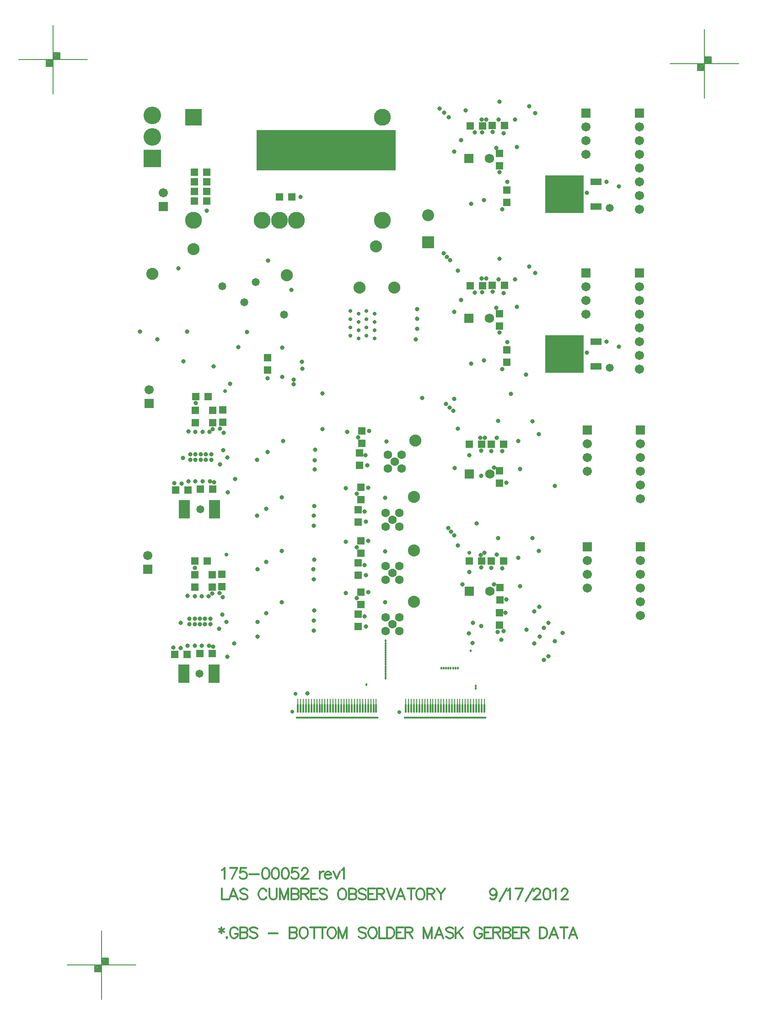
<source format=gbs>
%FSLAX23Y23*%
%MOIN*%
G70*
G01*
G75*
G04 Layer_Color=16711935*
%ADD10R,0.012X0.065*%
%ADD11R,0.217X0.120*%
%ADD12R,0.065X0.012*%
%ADD13R,0.075X0.037*%
%ADD14R,0.272X0.268*%
%ADD15R,0.035X0.037*%
%ADD16R,0.035X0.037*%
%ADD17R,0.085X0.138*%
%ADD18R,0.085X0.043*%
%ADD19R,0.085X0.043*%
%ADD20O,0.028X0.098*%
%ADD21R,0.280X0.100*%
%ADD22R,0.070X0.135*%
%ADD23R,0.050X0.050*%
%ADD24O,0.087X0.024*%
%ADD25O,0.098X0.028*%
%ADD26R,0.045X0.017*%
%ADD27R,0.591X0.010*%
%ADD28R,0.012X0.105*%
%ADD29R,0.063X0.051*%
%ADD30R,0.063X0.079*%
%ADD31R,0.050X0.050*%
%ADD32C,0.010*%
%ADD33C,0.050*%
%ADD34C,0.020*%
%ADD35C,0.075*%
%ADD36C,0.012*%
%ADD37C,0.008*%
%ADD38C,0.012*%
%ADD39C,0.012*%
%ADD40R,0.060X0.060*%
%ADD41C,0.060*%
%ADD42C,0.024*%
%ADD43C,0.020*%
%ADD44C,0.115*%
%ADD45R,0.115X0.115*%
%ADD46C,0.080*%
%ADD47C,0.055*%
%ADD48R,0.059X0.059*%
%ADD49C,0.059*%
%ADD50C,0.120*%
%ADD51R,0.120X0.120*%
%ADD52R,0.079X0.079*%
%ADD53C,0.079*%
%ADD54C,0.010*%
%ADD55C,0.050*%
%ADD56C,0.040*%
%ADD57C,0.070*%
%ADD58C,0.054*%
%ADD59C,0.118*%
G04:AMPARAMS|DCode=60|XSize=138mil|YSize=138mil|CornerRadius=0mil|HoleSize=0mil|Usage=FLASHONLY|Rotation=0.000|XOffset=0mil|YOffset=0mil|HoleType=Round|Shape=Relief|Width=10mil|Gap=10mil|Entries=4|*
%AMTHD60*
7,0,0,0.138,0.118,0.010,45*
%
%ADD60THD60*%
G04:AMPARAMS|DCode=61|XSize=112mil|YSize=112mil|CornerRadius=0mil|HoleSize=0mil|Usage=FLASHONLY|Rotation=0.000|XOffset=0mil|YOffset=0mil|HoleType=Round|Shape=Relief|Width=10mil|Gap=10mil|Entries=4|*
%AMTHD61*
7,0,0,0.112,0.092,0.010,45*
%
%ADD61THD61*%
%ADD62C,0.073*%
%ADD63C,0.075*%
%ADD64C,0.110*%
G04:AMPARAMS|DCode=65|XSize=107.244mil|YSize=107.244mil|CornerRadius=0mil|HoleSize=0mil|Usage=FLASHONLY|Rotation=0.000|XOffset=0mil|YOffset=0mil|HoleType=Round|Shape=Relief|Width=10mil|Gap=10mil|Entries=4|*
%AMTHD65*
7,0,0,0.107,0.087,0.010,45*
%
%ADD65THD65*%
%ADD66C,0.087*%
%ADD67C,0.092*%
%ADD68C,0.046*%
%ADD69C,0.064*%
G04:AMPARAMS|DCode=70|XSize=70mil|YSize=70mil|CornerRadius=0mil|HoleSize=0mil|Usage=FLASHONLY|Rotation=0.000|XOffset=0mil|YOffset=0mil|HoleType=Round|Shape=Relief|Width=10mil|Gap=10mil|Entries=4|*
%AMTHD70*
7,0,0,0.070,0.050,0.010,45*
%
%ADD70THD70*%
G04:AMPARAMS|DCode=71|XSize=88mil|YSize=88mil|CornerRadius=0mil|HoleSize=0mil|Usage=FLASHONLY|Rotation=0.000|XOffset=0mil|YOffset=0mil|HoleType=Round|Shape=Relief|Width=10mil|Gap=10mil|Entries=4|*
%AMTHD71*
7,0,0,0.088,0.068,0.010,45*
%
%ADD71THD71*%
%ADD72C,0.068*%
%ADD73C,0.000*%
G04:AMPARAMS|DCode=74|XSize=90mil|YSize=90mil|CornerRadius=0mil|HoleSize=0mil|Usage=FLASHONLY|Rotation=0.000|XOffset=0mil|YOffset=0mil|HoleType=Round|Shape=Relief|Width=10mil|Gap=10mil|Entries=4|*
%AMTHD74*
7,0,0,0.090,0.070,0.010,45*
%
%ADD74THD74*%
G04:AMPARAMS|DCode=75|XSize=93.465mil|YSize=93.465mil|CornerRadius=0mil|HoleSize=0mil|Usage=FLASHONLY|Rotation=0.000|XOffset=0mil|YOffset=0mil|HoleType=Round|Shape=Relief|Width=10mil|Gap=10mil|Entries=4|*
%AMTHD75*
7,0,0,0.093,0.073,0.010,45*
%
%ADD75THD75*%
G04:AMPARAMS|DCode=76|XSize=95.433mil|YSize=95.433mil|CornerRadius=0mil|HoleSize=0mil|Usage=FLASHONLY|Rotation=0.000|XOffset=0mil|YOffset=0mil|HoleType=Round|Shape=Relief|Width=10mil|Gap=10mil|Entries=4|*
%AMTHD76*
7,0,0,0.095,0.075,0.010,45*
%
%ADD76THD76*%
G04:AMPARAMS|DCode=77|XSize=130mil|YSize=130mil|CornerRadius=0mil|HoleSize=0mil|Usage=FLASHONLY|Rotation=0.000|XOffset=0mil|YOffset=0mil|HoleType=Round|Shape=Relief|Width=10mil|Gap=10mil|Entries=4|*
%AMTHD77*
7,0,0,0.130,0.110,0.010,45*
%
%ADD77THD77*%
%ADD78C,0.005*%
%ADD79R,0.071X0.126*%
%ADD80C,0.006*%
%ADD81C,0.008*%
%ADD82C,0.010*%
%ADD83R,0.189X0.116*%
%ADD84R,0.012X0.075*%
%ADD85R,0.012X0.060*%
%ADD86R,0.020X0.073*%
%ADD87R,0.225X0.128*%
%ADD88R,0.073X0.020*%
%ADD89R,0.083X0.045*%
%ADD90R,0.280X0.276*%
%ADD91R,0.043X0.045*%
%ADD92R,0.043X0.045*%
%ADD93R,0.093X0.146*%
%ADD94R,0.093X0.051*%
%ADD95R,0.093X0.051*%
%ADD96O,0.036X0.106*%
%ADD97R,0.288X0.108*%
%ADD98R,0.078X0.143*%
%ADD99R,0.058X0.058*%
%ADD100O,0.095X0.032*%
%ADD101O,0.106X0.036*%
%ADD102R,0.053X0.025*%
%ADD103R,0.599X0.018*%
%ADD104R,0.005X0.098*%
%ADD105R,0.071X0.059*%
%ADD106R,0.071X0.087*%
%ADD107R,0.058X0.058*%
%ADD108R,0.068X0.068*%
%ADD109C,0.032*%
%ADD110C,0.028*%
%ADD111C,0.123*%
%ADD112R,0.123X0.123*%
%ADD113C,0.088*%
%ADD114C,0.063*%
%ADD115R,0.067X0.067*%
%ADD116C,0.067*%
%ADD117C,0.128*%
%ADD118R,0.128X0.128*%
%ADD119R,0.087X0.087*%
%ADD120C,0.087*%
%ADD121C,0.018*%
%ADD122C,0.058*%
%ADD123R,1.016X0.295*%
%ADD124R,0.079X0.134*%
D36*
X42307Y25217D02*
Y25172D01*
X42288Y25206D02*
X42326Y25183D01*
Y25206D02*
X42288Y25183D01*
X42346Y25145D02*
X42343Y25141D01*
X42346Y25137D01*
X42350Y25141D01*
X42346Y25145D01*
X42425Y25198D02*
X42421Y25206D01*
X42413Y25213D01*
X42406Y25217D01*
X42391D01*
X42383Y25213D01*
X42375Y25206D01*
X42371Y25198D01*
X42368Y25187D01*
Y25168D01*
X42371Y25156D01*
X42375Y25149D01*
X42383Y25141D01*
X42391Y25137D01*
X42406D01*
X42413Y25141D01*
X42421Y25149D01*
X42425Y25156D01*
Y25168D01*
X42406D02*
X42425D01*
X42443Y25217D02*
Y25137D01*
Y25217D02*
X42477D01*
X42489Y25213D01*
X42493Y25210D01*
X42496Y25202D01*
Y25194D01*
X42493Y25187D01*
X42489Y25183D01*
X42477Y25179D01*
X42443D02*
X42477D01*
X42489Y25175D01*
X42493Y25172D01*
X42496Y25164D01*
Y25152D01*
X42493Y25145D01*
X42489Y25141D01*
X42477Y25137D01*
X42443D01*
X42568Y25206D02*
X42560Y25213D01*
X42549Y25217D01*
X42533D01*
X42522Y25213D01*
X42514Y25206D01*
Y25198D01*
X42518Y25191D01*
X42522Y25187D01*
X42530Y25183D01*
X42552Y25175D01*
X42560Y25172D01*
X42564Y25168D01*
X42568Y25160D01*
Y25149D01*
X42560Y25141D01*
X42549Y25137D01*
X42533D01*
X42522Y25141D01*
X42514Y25149D01*
X42648Y25172D02*
X42717D01*
X42803Y25217D02*
Y25137D01*
Y25217D02*
X42838D01*
X42849Y25213D01*
X42853Y25210D01*
X42857Y25202D01*
Y25194D01*
X42853Y25187D01*
X42849Y25183D01*
X42838Y25179D01*
X42803D02*
X42838D01*
X42849Y25175D01*
X42853Y25172D01*
X42857Y25164D01*
Y25152D01*
X42853Y25145D01*
X42849Y25141D01*
X42838Y25137D01*
X42803D01*
X42897Y25217D02*
X42890Y25213D01*
X42882Y25206D01*
X42878Y25198D01*
X42875Y25187D01*
Y25168D01*
X42878Y25156D01*
X42882Y25149D01*
X42890Y25141D01*
X42897Y25137D01*
X42913D01*
X42920Y25141D01*
X42928Y25149D01*
X42932Y25156D01*
X42936Y25168D01*
Y25187D01*
X42932Y25198D01*
X42928Y25206D01*
X42920Y25213D01*
X42913Y25217D01*
X42897D01*
X42981D02*
Y25137D01*
X42954Y25217D02*
X43008D01*
X43044D02*
Y25137D01*
X43017Y25217D02*
X43070D01*
X43103D02*
X43095Y25213D01*
X43088Y25206D01*
X43084Y25198D01*
X43080Y25187D01*
Y25168D01*
X43084Y25156D01*
X43088Y25149D01*
X43095Y25141D01*
X43103Y25137D01*
X43118D01*
X43126Y25141D01*
X43133Y25149D01*
X43137Y25156D01*
X43141Y25168D01*
Y25187D01*
X43137Y25198D01*
X43133Y25206D01*
X43126Y25213D01*
X43118Y25217D01*
X43103D01*
X43160D02*
Y25137D01*
Y25217D02*
X43190Y25137D01*
X43220Y25217D02*
X43190Y25137D01*
X43220Y25217D02*
Y25137D01*
X43359Y25206D02*
X43352Y25213D01*
X43340Y25217D01*
X43325D01*
X43314Y25213D01*
X43306Y25206D01*
Y25198D01*
X43310Y25191D01*
X43314Y25187D01*
X43321Y25183D01*
X43344Y25175D01*
X43352Y25172D01*
X43356Y25168D01*
X43359Y25160D01*
Y25149D01*
X43352Y25141D01*
X43340Y25137D01*
X43325D01*
X43314Y25141D01*
X43306Y25149D01*
X43400Y25217D02*
X43393Y25213D01*
X43385Y25206D01*
X43381Y25198D01*
X43377Y25187D01*
Y25168D01*
X43381Y25156D01*
X43385Y25149D01*
X43393Y25141D01*
X43400Y25137D01*
X43415D01*
X43423Y25141D01*
X43431Y25149D01*
X43434Y25156D01*
X43438Y25168D01*
Y25187D01*
X43434Y25198D01*
X43431Y25206D01*
X43423Y25213D01*
X43415Y25217D01*
X43400D01*
X43457D02*
Y25137D01*
X43503D01*
X43511Y25217D02*
Y25137D01*
Y25217D02*
X43538D01*
X43550Y25213D01*
X43557Y25206D01*
X43561Y25198D01*
X43565Y25187D01*
Y25168D01*
X43561Y25156D01*
X43557Y25149D01*
X43550Y25141D01*
X43538Y25137D01*
X43511D01*
X43632Y25217D02*
X43583D01*
Y25137D01*
X43632D01*
X43583Y25179D02*
X43613D01*
X43645Y25217D02*
Y25137D01*
Y25217D02*
X43680D01*
X43691Y25213D01*
X43695Y25210D01*
X43699Y25202D01*
Y25194D01*
X43695Y25187D01*
X43691Y25183D01*
X43680Y25179D01*
X43645D01*
X43672D02*
X43699Y25137D01*
X43780Y25217D02*
Y25137D01*
Y25217D02*
X43810Y25137D01*
X43840Y25217D02*
X43810Y25137D01*
X43840Y25217D02*
Y25137D01*
X43924D02*
X43894Y25217D01*
X43863Y25137D01*
X43875Y25164D02*
X43913D01*
X43996Y25206D02*
X43989Y25213D01*
X43977Y25217D01*
X43962D01*
X43951Y25213D01*
X43943Y25206D01*
Y25198D01*
X43947Y25191D01*
X43951Y25187D01*
X43958Y25183D01*
X43981Y25175D01*
X43989Y25172D01*
X43992Y25168D01*
X43996Y25160D01*
Y25149D01*
X43989Y25141D01*
X43977Y25137D01*
X43962D01*
X43951Y25141D01*
X43943Y25149D01*
X44014Y25217D02*
Y25137D01*
X44067Y25217D02*
X44014Y25164D01*
X44033Y25183D02*
X44067Y25137D01*
X44205Y25198D02*
X44202Y25206D01*
X44194Y25213D01*
X44186Y25217D01*
X44171D01*
X44163Y25213D01*
X44156Y25206D01*
X44152Y25198D01*
X44148Y25187D01*
Y25168D01*
X44152Y25156D01*
X44156Y25149D01*
X44163Y25141D01*
X44171Y25137D01*
X44186D01*
X44194Y25141D01*
X44202Y25149D01*
X44205Y25156D01*
Y25168D01*
X44186D02*
X44205D01*
X44273Y25217D02*
X44224D01*
Y25137D01*
X44273D01*
X44224Y25179D02*
X44254D01*
X44286Y25217D02*
Y25137D01*
Y25217D02*
X44321D01*
X44332Y25213D01*
X44336Y25210D01*
X44340Y25202D01*
Y25194D01*
X44336Y25187D01*
X44332Y25183D01*
X44321Y25179D01*
X44286D01*
X44313D02*
X44340Y25137D01*
X44358Y25217D02*
Y25137D01*
Y25217D02*
X44392D01*
X44403Y25213D01*
X44407Y25210D01*
X44411Y25202D01*
Y25194D01*
X44407Y25187D01*
X44403Y25183D01*
X44392Y25179D01*
X44358D02*
X44392D01*
X44403Y25175D01*
X44407Y25172D01*
X44411Y25164D01*
Y25152D01*
X44407Y25145D01*
X44403Y25141D01*
X44392Y25137D01*
X44358D01*
X44478Y25217D02*
X44429D01*
Y25137D01*
X44478D01*
X44429Y25179D02*
X44459D01*
X44492Y25217D02*
Y25137D01*
Y25217D02*
X44526D01*
X44537Y25213D01*
X44541Y25210D01*
X44545Y25202D01*
Y25194D01*
X44541Y25187D01*
X44537Y25183D01*
X44526Y25179D01*
X44492D01*
X44518D02*
X44545Y25137D01*
X44626Y25217D02*
Y25137D01*
Y25217D02*
X44653D01*
X44664Y25213D01*
X44672Y25206D01*
X44675Y25198D01*
X44679Y25187D01*
Y25168D01*
X44675Y25156D01*
X44672Y25149D01*
X44664Y25141D01*
X44653Y25137D01*
X44626D01*
X44758D02*
X44728Y25217D01*
X44697Y25137D01*
X44709Y25164D02*
X44747D01*
X44803Y25217D02*
Y25137D01*
X44777Y25217D02*
X44830D01*
X44900Y25137D02*
X44870Y25217D01*
X44840Y25137D01*
X44851Y25164D02*
X44889D01*
D37*
X41078Y31284D02*
Y31784D01*
X40828Y31534D02*
X41328D01*
X41028Y31484D02*
X41078D01*
X41028D02*
Y31534D01*
X41078Y31584D02*
X41128D01*
Y31534D02*
Y31584D01*
X41083Y31539D02*
Y31579D01*
X41123D01*
Y31539D02*
Y31579D01*
X41083Y31539D02*
X41123D01*
X41088Y31544D02*
Y31574D01*
X41118D01*
Y31544D02*
Y31574D01*
X41093Y31544D02*
X41118D01*
X41093Y31549D02*
Y31569D01*
X41113D01*
Y31549D02*
Y31569D01*
X41098Y31549D02*
X41113D01*
X41098Y31554D02*
Y31564D01*
X41108D01*
Y31554D02*
Y31564D01*
X41098Y31554D02*
X41108D01*
X41103D02*
Y31564D01*
X41033Y31489D02*
Y31529D01*
X41073D01*
Y31489D02*
Y31529D01*
X41033Y31489D02*
X41073D01*
X41038Y31494D02*
Y31524D01*
X41068D01*
Y31494D02*
Y31524D01*
X41043Y31494D02*
X41068D01*
X41043Y31499D02*
Y31519D01*
X41063D01*
Y31499D02*
Y31519D01*
X41048Y31499D02*
X41063D01*
X41048Y31504D02*
Y31514D01*
X41058D01*
Y31504D02*
Y31514D01*
X41048Y31504D02*
X41058D01*
X41053D02*
Y31514D01*
X45826Y31253D02*
Y31753D01*
X45576Y31503D02*
X46076D01*
X45776Y31453D02*
X45826D01*
X45776D02*
Y31503D01*
X45826Y31553D02*
X45876D01*
Y31503D02*
Y31553D01*
X45831Y31508D02*
Y31548D01*
X45871D01*
Y31508D02*
Y31548D01*
X45831Y31508D02*
X45871D01*
X45836Y31513D02*
Y31543D01*
X45866D01*
Y31513D02*
Y31543D01*
X45841Y31513D02*
X45866D01*
X45841Y31518D02*
Y31538D01*
X45861D01*
Y31518D02*
Y31538D01*
X45846Y31518D02*
X45861D01*
X45846Y31523D02*
Y31533D01*
X45856D01*
Y31523D02*
Y31533D01*
X45846Y31523D02*
X45856D01*
X45851D02*
Y31533D01*
X45781Y31458D02*
Y31498D01*
X45821D01*
Y31458D02*
Y31498D01*
X45781Y31458D02*
X45821D01*
X45786Y31463D02*
Y31493D01*
X45816D01*
Y31463D02*
Y31493D01*
X45791Y31463D02*
X45816D01*
X45791Y31468D02*
Y31488D01*
X45811D01*
Y31468D02*
Y31488D01*
X45796Y31468D02*
X45811D01*
X45796Y31473D02*
Y31483D01*
X45806D01*
Y31473D02*
Y31483D01*
X45796Y31473D02*
X45806D01*
X45801D02*
Y31483D01*
X41432Y24694D02*
Y25194D01*
X41182Y24944D02*
X41682D01*
X41382Y24894D02*
X41432D01*
X41382D02*
Y24944D01*
X41432Y24994D02*
X41482D01*
Y24944D02*
Y24994D01*
X41437Y24949D02*
Y24989D01*
X41477D01*
Y24949D02*
Y24989D01*
X41437Y24949D02*
X41477D01*
X41442Y24954D02*
Y24984D01*
X41472D01*
Y24954D02*
Y24984D01*
X41447Y24954D02*
X41472D01*
X41447Y24959D02*
Y24979D01*
X41467D01*
Y24959D02*
Y24979D01*
X41452Y24959D02*
X41467D01*
X41452Y24964D02*
Y24974D01*
X41462D01*
Y24964D02*
Y24974D01*
X41452Y24964D02*
X41462D01*
X41457D02*
Y24974D01*
X41387Y24899D02*
Y24939D01*
X41427D01*
Y24899D02*
Y24939D01*
X41387Y24899D02*
X41427D01*
X41392Y24904D02*
Y24934D01*
X41422D01*
Y24904D02*
Y24934D01*
X41397Y24904D02*
X41422D01*
X41397Y24909D02*
Y24929D01*
X41417D01*
Y24909D02*
Y24929D01*
X41402Y24909D02*
X41417D01*
X41402Y24914D02*
Y24924D01*
X41412D01*
Y24914D02*
Y24924D01*
X41402Y24914D02*
X41412D01*
X41407D02*
Y24924D01*
D38*
X42309Y25498D02*
Y25418D01*
X42355D01*
X42425D02*
X42394Y25498D01*
X42364Y25418D01*
X42375Y25444D02*
X42413D01*
X42496Y25486D02*
X42489Y25494D01*
X42477Y25498D01*
X42462D01*
X42451Y25494D01*
X42443Y25486D01*
Y25479D01*
X42447Y25471D01*
X42451Y25467D01*
X42458Y25464D01*
X42481Y25456D01*
X42489Y25452D01*
X42493Y25448D01*
X42496Y25441D01*
Y25429D01*
X42489Y25422D01*
X42477Y25418D01*
X42462D01*
X42451Y25422D01*
X42443Y25429D01*
X42634Y25479D02*
X42631Y25486D01*
X42623Y25494D01*
X42615Y25498D01*
X42600D01*
X42592Y25494D01*
X42585Y25486D01*
X42581Y25479D01*
X42577Y25467D01*
Y25448D01*
X42581Y25437D01*
X42585Y25429D01*
X42592Y25422D01*
X42600Y25418D01*
X42615D01*
X42623Y25422D01*
X42631Y25429D01*
X42634Y25437D01*
X42657Y25498D02*
Y25441D01*
X42661Y25429D01*
X42668Y25422D01*
X42680Y25418D01*
X42687D01*
X42699Y25422D01*
X42706Y25429D01*
X42710Y25441D01*
Y25498D01*
X42732D02*
Y25418D01*
Y25498D02*
X42763Y25418D01*
X42793Y25498D02*
X42763Y25418D01*
X42793Y25498D02*
Y25418D01*
X42816Y25498D02*
Y25418D01*
Y25498D02*
X42850D01*
X42862Y25494D01*
X42866Y25490D01*
X42869Y25483D01*
Y25475D01*
X42866Y25467D01*
X42862Y25464D01*
X42850Y25460D01*
X42816D02*
X42850D01*
X42862Y25456D01*
X42866Y25452D01*
X42869Y25444D01*
Y25433D01*
X42866Y25425D01*
X42862Y25422D01*
X42850Y25418D01*
X42816D01*
X42887Y25498D02*
Y25418D01*
Y25498D02*
X42922D01*
X42933Y25494D01*
X42937Y25490D01*
X42941Y25483D01*
Y25475D01*
X42937Y25467D01*
X42933Y25464D01*
X42922Y25460D01*
X42887D01*
X42914D02*
X42941Y25418D01*
X43008Y25498D02*
X42958D01*
Y25418D01*
X43008D01*
X42958Y25460D02*
X42989D01*
X43075Y25486D02*
X43067Y25494D01*
X43056Y25498D01*
X43040D01*
X43029Y25494D01*
X43021Y25486D01*
Y25479D01*
X43025Y25471D01*
X43029Y25467D01*
X43037Y25464D01*
X43059Y25456D01*
X43067Y25452D01*
X43071Y25448D01*
X43075Y25441D01*
Y25429D01*
X43067Y25422D01*
X43056Y25418D01*
X43040D01*
X43029Y25422D01*
X43021Y25429D01*
X43178Y25498D02*
X43171Y25494D01*
X43163Y25486D01*
X43159Y25479D01*
X43155Y25467D01*
Y25448D01*
X43159Y25437D01*
X43163Y25429D01*
X43171Y25422D01*
X43178Y25418D01*
X43193D01*
X43201Y25422D01*
X43209Y25429D01*
X43213Y25437D01*
X43216Y25448D01*
Y25467D01*
X43213Y25479D01*
X43209Y25486D01*
X43201Y25494D01*
X43193Y25498D01*
X43178D01*
X43235D02*
Y25418D01*
Y25498D02*
X43269D01*
X43281Y25494D01*
X43285Y25490D01*
X43288Y25483D01*
Y25475D01*
X43285Y25467D01*
X43281Y25464D01*
X43269Y25460D01*
X43235D02*
X43269D01*
X43281Y25456D01*
X43285Y25452D01*
X43288Y25444D01*
Y25433D01*
X43285Y25425D01*
X43281Y25422D01*
X43269Y25418D01*
X43235D01*
X43360Y25486D02*
X43352Y25494D01*
X43340Y25498D01*
X43325D01*
X43314Y25494D01*
X43306Y25486D01*
Y25479D01*
X43310Y25471D01*
X43314Y25467D01*
X43321Y25464D01*
X43344Y25456D01*
X43352Y25452D01*
X43356Y25448D01*
X43360Y25441D01*
Y25429D01*
X43352Y25422D01*
X43340Y25418D01*
X43325D01*
X43314Y25422D01*
X43306Y25429D01*
X43427Y25498D02*
X43377D01*
Y25418D01*
X43427D01*
X43377Y25460D02*
X43408D01*
X43440Y25498D02*
Y25418D01*
Y25498D02*
X43475D01*
X43486Y25494D01*
X43490Y25490D01*
X43494Y25483D01*
Y25475D01*
X43490Y25467D01*
X43486Y25464D01*
X43475Y25460D01*
X43440D01*
X43467D02*
X43494Y25418D01*
X43512Y25498D02*
X43542Y25418D01*
X43572Y25498D02*
X43542Y25418D01*
X43644D02*
X43613Y25498D01*
X43583Y25418D01*
X43594Y25444D02*
X43632D01*
X43689Y25498D02*
Y25418D01*
X43662Y25498D02*
X43716D01*
X43748D02*
X43740Y25494D01*
X43733Y25486D01*
X43729Y25479D01*
X43725Y25467D01*
Y25448D01*
X43729Y25437D01*
X43733Y25429D01*
X43740Y25422D01*
X43748Y25418D01*
X43763D01*
X43771Y25422D01*
X43779Y25429D01*
X43782Y25437D01*
X43786Y25448D01*
Y25467D01*
X43782Y25479D01*
X43779Y25486D01*
X43771Y25494D01*
X43763Y25498D01*
X43748D01*
X43805D02*
Y25418D01*
Y25498D02*
X43839D01*
X43850Y25494D01*
X43854Y25490D01*
X43858Y25483D01*
Y25475D01*
X43854Y25467D01*
X43850Y25464D01*
X43839Y25460D01*
X43805D01*
X43831D02*
X43858Y25418D01*
X43876Y25498D02*
X43906Y25460D01*
Y25418D01*
X43937Y25498D02*
X43906Y25460D01*
X44311Y25471D02*
X44307Y25460D01*
X44300Y25452D01*
X44288Y25448D01*
X44284D01*
X44273Y25452D01*
X44265Y25460D01*
X44261Y25471D01*
Y25475D01*
X44265Y25486D01*
X44273Y25494D01*
X44284Y25498D01*
X44288D01*
X44300Y25494D01*
X44307Y25486D01*
X44311Y25471D01*
Y25452D01*
X44307Y25433D01*
X44300Y25422D01*
X44288Y25418D01*
X44280D01*
X44269Y25422D01*
X44265Y25429D01*
X44333Y25406D02*
X44386Y25498D01*
X44391Y25483D02*
X44399Y25486D01*
X44410Y25498D01*
Y25418D01*
X44503Y25498D02*
X44465Y25418D01*
X44450Y25498D02*
X44503D01*
X44521Y25406D02*
X44575Y25498D01*
X44584Y25479D02*
Y25483D01*
X44587Y25490D01*
X44591Y25494D01*
X44599Y25498D01*
X44614D01*
X44622Y25494D01*
X44626Y25490D01*
X44629Y25483D01*
Y25475D01*
X44626Y25467D01*
X44618Y25456D01*
X44580Y25418D01*
X44633D01*
X44674Y25498D02*
X44663Y25494D01*
X44655Y25483D01*
X44651Y25464D01*
Y25452D01*
X44655Y25433D01*
X44663Y25422D01*
X44674Y25418D01*
X44682D01*
X44693Y25422D01*
X44701Y25433D01*
X44704Y25452D01*
Y25464D01*
X44701Y25483D01*
X44693Y25494D01*
X44682Y25498D01*
X44674D01*
X44722Y25483D02*
X44730Y25486D01*
X44741Y25498D01*
Y25418D01*
X44785Y25479D02*
Y25483D01*
X44789Y25490D01*
X44792Y25494D01*
X44800Y25498D01*
X44815D01*
X44823Y25494D01*
X44827Y25490D01*
X44830Y25483D01*
Y25475D01*
X44827Y25467D01*
X44819Y25456D01*
X44781Y25418D01*
X44834D01*
D39*
X42309Y25633D02*
X42317Y25636D01*
X42328Y25648D01*
Y25568D01*
X42421Y25648D02*
X42383Y25568D01*
X42368Y25648D02*
X42421D01*
X42485D02*
X42447D01*
X42443Y25614D01*
X42447Y25617D01*
X42458Y25621D01*
X42469D01*
X42481Y25617D01*
X42488Y25610D01*
X42492Y25598D01*
Y25591D01*
X42488Y25579D01*
X42481Y25572D01*
X42469Y25568D01*
X42458D01*
X42447Y25572D01*
X42443Y25575D01*
X42439Y25583D01*
X42510Y25602D02*
X42579D01*
X42625Y25648D02*
X42614Y25644D01*
X42606Y25633D01*
X42602Y25614D01*
Y25602D01*
X42606Y25583D01*
X42614Y25572D01*
X42625Y25568D01*
X42633D01*
X42644Y25572D01*
X42652Y25583D01*
X42656Y25602D01*
Y25614D01*
X42652Y25633D01*
X42644Y25644D01*
X42633Y25648D01*
X42625D01*
X42696D02*
X42685Y25644D01*
X42677Y25633D01*
X42674Y25614D01*
Y25602D01*
X42677Y25583D01*
X42685Y25572D01*
X42696Y25568D01*
X42704D01*
X42715Y25572D01*
X42723Y25583D01*
X42727Y25602D01*
Y25614D01*
X42723Y25633D01*
X42715Y25644D01*
X42704Y25648D01*
X42696D01*
X42768D02*
X42756Y25644D01*
X42749Y25633D01*
X42745Y25614D01*
Y25602D01*
X42749Y25583D01*
X42756Y25572D01*
X42768Y25568D01*
X42775D01*
X42787Y25572D01*
X42794Y25583D01*
X42798Y25602D01*
Y25614D01*
X42794Y25633D01*
X42787Y25644D01*
X42775Y25648D01*
X42768D01*
X42862D02*
X42824D01*
X42820Y25614D01*
X42824Y25617D01*
X42835Y25621D01*
X42847D01*
X42858Y25617D01*
X42866Y25610D01*
X42869Y25598D01*
Y25591D01*
X42866Y25579D01*
X42858Y25572D01*
X42847Y25568D01*
X42835D01*
X42824Y25572D01*
X42820Y25575D01*
X42816Y25583D01*
X42891Y25629D02*
Y25633D01*
X42895Y25640D01*
X42899Y25644D01*
X42906Y25648D01*
X42922D01*
X42929Y25644D01*
X42933Y25640D01*
X42937Y25633D01*
Y25625D01*
X42933Y25617D01*
X42925Y25606D01*
X42887Y25568D01*
X42941D01*
X43021Y25621D02*
Y25568D01*
Y25598D02*
X43025Y25610D01*
X43033Y25617D01*
X43040Y25621D01*
X43052D01*
X43059Y25598D02*
X43105D01*
Y25606D01*
X43101Y25614D01*
X43097Y25617D01*
X43090Y25621D01*
X43078D01*
X43070Y25617D01*
X43063Y25610D01*
X43059Y25598D01*
Y25591D01*
X43063Y25579D01*
X43070Y25572D01*
X43078Y25568D01*
X43090D01*
X43097Y25572D01*
X43105Y25579D01*
X43122Y25621D02*
X43145Y25568D01*
X43168Y25621D02*
X43145Y25568D01*
X43181Y25633D02*
X43188Y25636D01*
X43200Y25648D01*
Y25568D01*
D72*
X44264Y27664D02*
D03*
X44258Y30813D02*
D03*
Y29649D02*
D03*
X44263Y28515D02*
D03*
D85*
X44222Y26808D02*
D03*
X44202D02*
D03*
X44182D02*
D03*
X44163D02*
D03*
X44143D02*
D03*
X44123D02*
D03*
X44104D02*
D03*
X44084D02*
D03*
X44064D02*
D03*
X44044D02*
D03*
X44025D02*
D03*
X44005D02*
D03*
X43985D02*
D03*
X43966D02*
D03*
X43946D02*
D03*
X43926D02*
D03*
X43907D02*
D03*
X43887D02*
D03*
X43867D02*
D03*
X43847D02*
D03*
X43828D02*
D03*
X43808D02*
D03*
X43788D02*
D03*
X43769D02*
D03*
X43749D02*
D03*
X43729D02*
D03*
X43710D02*
D03*
X43690D02*
D03*
X43670D02*
D03*
X43650D02*
D03*
X42863D02*
D03*
X42883D02*
D03*
X42902D02*
D03*
X42922D02*
D03*
X42942D02*
D03*
X42961D02*
D03*
X42981D02*
D03*
X43001D02*
D03*
X43021D02*
D03*
X43040D02*
D03*
X43060D02*
D03*
X43080D02*
D03*
X43099D02*
D03*
X43119D02*
D03*
X43139D02*
D03*
X43158D02*
D03*
X43178D02*
D03*
X43198D02*
D03*
X43218D02*
D03*
X43237D02*
D03*
X43257D02*
D03*
X43277D02*
D03*
X43296D02*
D03*
X43316D02*
D03*
X43336D02*
D03*
X43355D02*
D03*
X43375D02*
D03*
X43395D02*
D03*
X43415D02*
D03*
X43434D02*
D03*
D89*
X45035Y29479D02*
D03*
Y29299D02*
D03*
Y30643D02*
D03*
Y30463D02*
D03*
D90*
X44805Y29389D02*
D03*
Y30553D02*
D03*
D99*
X43321Y27567D02*
D03*
Y27657D02*
D03*
X43321Y27940D02*
D03*
Y28030D02*
D03*
Y28329D02*
D03*
Y28419D02*
D03*
X43330Y28740D02*
D03*
Y28830D02*
D03*
X43303Y27495D02*
D03*
Y27405D02*
D03*
X43303Y27868D02*
D03*
Y27778D02*
D03*
Y28257D02*
D03*
Y28167D02*
D03*
X43312Y28668D02*
D03*
Y28578D02*
D03*
X42642Y29364D02*
D03*
Y29274D02*
D03*
X44331Y27415D02*
D03*
Y27505D02*
D03*
X44386Y30583D02*
D03*
Y30493D02*
D03*
Y29419D02*
D03*
Y29329D02*
D03*
X44334Y30758D02*
D03*
Y30848D02*
D03*
Y29594D02*
D03*
Y29684D02*
D03*
X42316Y28982D02*
D03*
Y28892D02*
D03*
X42310Y27785D02*
D03*
Y27695D02*
D03*
X42117Y28979D02*
D03*
Y28889D02*
D03*
X42111Y27782D02*
D03*
Y27692D02*
D03*
X42244Y28980D02*
D03*
Y28890D02*
D03*
X42238Y27783D02*
D03*
Y27693D02*
D03*
X44334Y28450D02*
D03*
Y28540D02*
D03*
X44335Y27599D02*
D03*
Y27689D02*
D03*
D103*
X43936Y26743D02*
D03*
X43149D02*
D03*
D104*
X44222Y26831D02*
D03*
X44202D02*
D03*
X44182D02*
D03*
X44163D02*
D03*
X44143D02*
D03*
X44123D02*
D03*
X44104D02*
D03*
X44084D02*
D03*
X44064D02*
D03*
X44044D02*
D03*
X44025D02*
D03*
X44005D02*
D03*
X43985D02*
D03*
X43966D02*
D03*
X43946D02*
D03*
X43926D02*
D03*
X43907D02*
D03*
X43887D02*
D03*
X43867D02*
D03*
X43847D02*
D03*
X43828D02*
D03*
X43808D02*
D03*
X43788D02*
D03*
X43769D02*
D03*
X43749D02*
D03*
X43729D02*
D03*
X43710D02*
D03*
X43690D02*
D03*
X43670D02*
D03*
X43650D02*
D03*
X42863D02*
D03*
X42883D02*
D03*
X42902D02*
D03*
X42922D02*
D03*
X42942D02*
D03*
X42961D02*
D03*
X42981D02*
D03*
X43001D02*
D03*
X43021D02*
D03*
X43040D02*
D03*
X43060D02*
D03*
X43080D02*
D03*
X43099D02*
D03*
X43119D02*
D03*
X43139D02*
D03*
X43158D02*
D03*
X43178D02*
D03*
X43198D02*
D03*
X43218D02*
D03*
X43237D02*
D03*
X43257D02*
D03*
X43277D02*
D03*
X43296D02*
D03*
X43316D02*
D03*
X43336D02*
D03*
X43355D02*
D03*
X43375D02*
D03*
X43395D02*
D03*
X43415D02*
D03*
X43434D02*
D03*
D107*
X42199Y30503D02*
D03*
X42109D02*
D03*
X42199Y30573D02*
D03*
X42109D02*
D03*
X42199Y30643D02*
D03*
X42109D02*
D03*
X42199Y30713D02*
D03*
X42109D02*
D03*
X44279Y31053D02*
D03*
X44369D02*
D03*
X44279Y29889D02*
D03*
X44369D02*
D03*
X44208Y31050D02*
D03*
X44118D02*
D03*
X44208Y29886D02*
D03*
X44118D02*
D03*
X41973Y28398D02*
D03*
X42063D02*
D03*
X41967Y27201D02*
D03*
X42057D02*
D03*
X44273Y28731D02*
D03*
X44363D02*
D03*
X44274Y27881D02*
D03*
X44364D02*
D03*
X44203Y28731D02*
D03*
X44113D02*
D03*
X44204Y27881D02*
D03*
X44114D02*
D03*
X42118Y29079D02*
D03*
X42208D02*
D03*
X42112Y27882D02*
D03*
X42202D02*
D03*
X42154Y28407D02*
D03*
X42244D02*
D03*
X42148Y27210D02*
D03*
X42238D02*
D03*
X42819Y30533D02*
D03*
X42729D02*
D03*
D108*
X44114Y27664D02*
D03*
X44108Y30813D02*
D03*
Y29649D02*
D03*
X44113Y28515D02*
D03*
D109*
X42078Y28660D02*
D03*
X42117D02*
D03*
X42155D02*
D03*
X42193D02*
D03*
X42078Y28619D02*
D03*
X42117D02*
D03*
X42155D02*
D03*
X42193D02*
D03*
X42232D02*
D03*
Y28660D02*
D03*
X42226Y27463D02*
D03*
Y27422D02*
D03*
X42187D02*
D03*
X42149D02*
D03*
X42111D02*
D03*
X42072D02*
D03*
X42187Y27463D02*
D03*
X42149D02*
D03*
X42111D02*
D03*
X42072D02*
D03*
X42933Y26918D02*
D03*
X44594Y31143D02*
D03*
X44361Y30996D02*
D03*
X44459Y30895D02*
D03*
X44446Y31097D02*
D03*
X44550Y31191D02*
D03*
X44332Y31225D02*
D03*
X44284Y31007D02*
D03*
X44207Y31003D02*
D03*
X44354Y30444D02*
D03*
X44388Y30641D02*
D03*
X44125Y30482D02*
D03*
X45201Y30608D02*
D03*
X45114Y30643D02*
D03*
X44968Y30564D02*
D03*
X44334Y30711D02*
D03*
X44308Y30890D02*
D03*
X44325Y31095D02*
D03*
X44154Y31001D02*
D03*
X44219Y30508D02*
D03*
X44053Y30947D02*
D03*
X44550Y30027D02*
D03*
X44594Y29979D02*
D03*
X44361Y29832D02*
D03*
X44284Y29843D02*
D03*
X44207Y29839D02*
D03*
X44154Y29837D02*
D03*
X44446Y29933D02*
D03*
X44388Y29477D02*
D03*
X44354Y29280D02*
D03*
X44459Y29731D02*
D03*
X44334Y29547D02*
D03*
X44308Y29726D02*
D03*
X44968Y29400D02*
D03*
X45201Y29444D02*
D03*
X44125Y29318D02*
D03*
X44053Y29783D02*
D03*
X44219Y29344D02*
D03*
X44618Y28807D02*
D03*
X44351Y28681D02*
D03*
X44572Y28899D02*
D03*
X44469Y28756D02*
D03*
X44482Y28551D02*
D03*
X44382Y28454D02*
D03*
X42065Y28462D02*
D03*
X42117Y28463D02*
D03*
X42170Y28462D02*
D03*
X42221D02*
D03*
X42321Y28817D02*
D03*
X42297Y28845D02*
D03*
X42219Y28822D02*
D03*
X42168Y28824D02*
D03*
X42117Y28823D02*
D03*
X42066Y28827D02*
D03*
X42244Y28844D02*
D03*
X42320Y28688D02*
D03*
X42295Y28586D02*
D03*
X42405Y28480D02*
D03*
X42252Y28455D02*
D03*
X41962Y28450D02*
D03*
X42016Y28446D02*
D03*
X42354Y28384D02*
D03*
X42348Y28637D02*
D03*
X42118Y29031D02*
D03*
X42348Y27187D02*
D03*
X42342Y27440D02*
D03*
X41956Y27253D02*
D03*
X42315Y27620D02*
D03*
X44573Y28048D02*
D03*
X44619Y27956D02*
D03*
X44352Y27830D02*
D03*
X42059Y27265D02*
D03*
X44274Y27832D02*
D03*
X44313Y27929D02*
D03*
X44200Y27836D02*
D03*
X44470Y27905D02*
D03*
X42112Y27834D02*
D03*
X42111Y27626D02*
D03*
X44483Y27700D02*
D03*
X42289Y27389D02*
D03*
X42238Y27647D02*
D03*
X42314Y27491D02*
D03*
X42164Y27265D02*
D03*
X42246Y27258D02*
D03*
X44383Y27603D02*
D03*
X44294Y27712D02*
D03*
X42010Y27249D02*
D03*
X42399Y27283D02*
D03*
X42215Y27265D02*
D03*
X42291Y27648D02*
D03*
X42213Y27625D02*
D03*
X42162Y27627D02*
D03*
X42060Y27630D02*
D03*
X42111Y27266D02*
D03*
X43357Y28653D02*
D03*
X43369Y28580D02*
D03*
X43384Y28828D02*
D03*
X43303Y28784D02*
D03*
X42755Y28756D02*
D03*
X43223Y28822D02*
D03*
X42641Y28675D02*
D03*
X42990Y28694D02*
D03*
X42987Y28549D02*
D03*
X43509Y28754D02*
D03*
X42987Y28617D02*
D03*
X42746Y28345D02*
D03*
X43214Y28411D02*
D03*
X43294Y28373D02*
D03*
X42978Y28138D02*
D03*
X43500Y28343D02*
D03*
X43348Y28242D02*
D03*
X42632Y28264D02*
D03*
X42981Y28283D02*
D03*
X43375Y28417D02*
D03*
X43360Y28169D02*
D03*
X42746Y27956D02*
D03*
X43214Y28022D02*
D03*
X43294Y27984D02*
D03*
X42978Y27749D02*
D03*
X43348Y27853D02*
D03*
X42632Y27875D02*
D03*
X42981Y27894D02*
D03*
X43375Y28028D02*
D03*
X43360Y27780D02*
D03*
X42746Y27583D02*
D03*
X43214Y27649D02*
D03*
X42978Y27376D02*
D03*
X43500Y27581D02*
D03*
X43348Y27480D02*
D03*
X42632Y27502D02*
D03*
X42981Y27521D02*
D03*
X43375Y27655D02*
D03*
X43360Y27407D02*
D03*
X42979Y28212D02*
D03*
X42979Y27448D02*
D03*
X42976Y27822D02*
D03*
X42199Y30433D02*
D03*
X42884Y30533D02*
D03*
X43721Y29496D02*
D03*
X43731Y29717D02*
D03*
X43732Y29645D02*
D03*
X43731Y29571D02*
D03*
X42816Y29856D02*
D03*
X41991Y30013D02*
D03*
X42057Y29554D02*
D03*
X41712D02*
D03*
X41840Y29497D02*
D03*
X42748Y29435D02*
D03*
X42748Y29224D02*
D03*
X44324Y28048D02*
D03*
X44085Y31164D02*
D03*
X44029Y28846D02*
D03*
X43294Y27611D02*
D03*
X43500Y27954D02*
D03*
X42249Y29298D02*
D03*
X44113Y27801D02*
D03*
X44322Y28904D02*
D03*
X44112Y28652D02*
D03*
X44029Y29997D02*
D03*
X44312Y28780D02*
D03*
X44273Y28683D02*
D03*
X44199Y28687D02*
D03*
X45114Y29479D02*
D03*
X44293Y28563D02*
D03*
X44325Y29931D02*
D03*
X44332Y30081D02*
D03*
X44005Y28558D02*
D03*
X43996Y28975D02*
D03*
X43980Y28096D02*
D03*
X43959Y28121D02*
D03*
X43968Y29000D02*
D03*
X44001Y29696D02*
D03*
X43942Y29025D02*
D03*
X44003Y30863D02*
D03*
X43974Y30072D02*
D03*
X43948Y30097D02*
D03*
X43925Y30122D02*
D03*
X43961Y31114D02*
D03*
X43928Y31145D02*
D03*
X43895Y31176D02*
D03*
X44002Y29064D02*
D03*
X43770Y29068D02*
D03*
X42647Y30070D02*
D03*
X42568Y27440D02*
D03*
Y27821D02*
D03*
X42566Y28213D02*
D03*
Y28619D02*
D03*
X44110Y27357D02*
D03*
X44526Y29238D02*
D03*
X44792Y27360D02*
D03*
X44624Y27548D02*
D03*
X44625Y27333D02*
D03*
X44585Y27517D02*
D03*
X44586Y27281D02*
D03*
X44166Y28155D02*
D03*
X44136Y27285D02*
D03*
X44736Y28430D02*
D03*
Y27300D02*
D03*
X43043Y28843D02*
D03*
Y29103D02*
D03*
X44416Y29099D02*
D03*
X44346Y27310D02*
D03*
X44198Y28502D02*
D03*
X44364Y27371D02*
D03*
X44319Y27367D02*
D03*
X44376Y27505D02*
D03*
X44140Y27434D02*
D03*
X44198Y27409D02*
D03*
X44690Y27433D02*
D03*
Y27189D02*
D03*
X44657Y27395D02*
D03*
Y27163D02*
D03*
X44530Y27384D02*
D03*
X42643Y29214D02*
D03*
X42430Y29439D02*
D03*
X42491Y29548D02*
D03*
X42026Y28631D02*
D03*
X42028Y29335D02*
D03*
X42892Y29334D02*
D03*
X42010Y27434D02*
D03*
X42370Y29173D02*
D03*
X42897Y29281D02*
D03*
X42833Y29170D02*
D03*
Y29201D02*
D03*
X44224Y27942D02*
D03*
X44196Y27925D02*
D03*
X44194Y28780D02*
D03*
X44225D02*
D03*
X44061Y27712D02*
D03*
X44029Y27996D02*
D03*
X44004Y28070D02*
D03*
X44204Y29940D02*
D03*
X44235D02*
D03*
X44204Y31097D02*
D03*
X44235D02*
D03*
X42568Y27333D02*
D03*
D110*
X44903Y29487D02*
D03*
Y29428D02*
D03*
Y29369D02*
D03*
Y29310D02*
D03*
X44844Y29291D02*
D03*
Y29350D02*
D03*
Y29409D02*
D03*
Y29468D02*
D03*
X44785Y29487D02*
D03*
Y29428D02*
D03*
Y29369D02*
D03*
Y29310D02*
D03*
X44726Y29291D02*
D03*
Y29350D02*
D03*
Y29409D02*
D03*
Y29468D02*
D03*
X43424Y29504D02*
D03*
Y29563D02*
D03*
Y29622D02*
D03*
Y29681D02*
D03*
X43364Y29701D02*
D03*
Y29642D02*
D03*
Y29583D02*
D03*
Y29524D02*
D03*
X43305Y29504D02*
D03*
Y29563D02*
D03*
Y29622D02*
D03*
Y29681D02*
D03*
X43246Y29701D02*
D03*
Y29642D02*
D03*
Y29583D02*
D03*
Y29524D02*
D03*
X44903Y30651D02*
D03*
Y30592D02*
D03*
Y30533D02*
D03*
Y30474D02*
D03*
X44844Y30455D02*
D03*
Y30514D02*
D03*
Y30573D02*
D03*
Y30632D02*
D03*
X44785Y30651D02*
D03*
Y30592D02*
D03*
Y30533D02*
D03*
Y30474D02*
D03*
X44726Y30455D02*
D03*
Y30514D02*
D03*
Y30573D02*
D03*
Y30632D02*
D03*
X44112Y27941D02*
D03*
X42334Y29118D02*
D03*
X42344Y27928D02*
D03*
X43604Y26783D02*
D03*
X42821Y26786D02*
D03*
X42846Y26917D02*
D03*
D111*
X43479Y31113D02*
D03*
Y30363D02*
D03*
X42854D02*
D03*
X42729D02*
D03*
X42604D02*
D03*
X42104D02*
D03*
D112*
Y31113D02*
D03*
D113*
X43565Y29873D02*
D03*
X42784Y29964D02*
D03*
X42104Y30153D02*
D03*
X43709Y27586D02*
D03*
X43709Y27959D02*
D03*
Y28348D02*
D03*
X43718Y28759D02*
D03*
X41803Y29972D02*
D03*
X43314Y29872D02*
D03*
X43434Y30173D02*
D03*
D114*
X43520Y28555D02*
D03*
Y28655D02*
D03*
X43620D02*
D03*
Y28555D02*
D03*
X43570Y28605D02*
D03*
X43501Y27372D02*
D03*
Y27472D02*
D03*
X43601D02*
D03*
Y27372D02*
D03*
X43551Y27422D02*
D03*
X43501Y27745D02*
D03*
Y27845D02*
D03*
X43601D02*
D03*
Y27745D02*
D03*
X43551Y27795D02*
D03*
X43501Y28134D02*
D03*
Y28234D02*
D03*
X43601D02*
D03*
Y28134D02*
D03*
X43551Y28184D02*
D03*
D115*
X45354Y29979D02*
D03*
X45359Y27986D02*
D03*
X44974D02*
D03*
X41778Y29029D02*
D03*
X41884Y30463D02*
D03*
X41768Y27823D02*
D03*
X44964Y31143D02*
D03*
Y29979D02*
D03*
X45354Y31143D02*
D03*
X44973Y28837D02*
D03*
X45358D02*
D03*
D116*
X45354Y29879D02*
D03*
Y29779D02*
D03*
Y29679D02*
D03*
Y29579D02*
D03*
Y29479D02*
D03*
Y29379D02*
D03*
Y29279D02*
D03*
X45359Y27886D02*
D03*
Y27786D02*
D03*
Y27686D02*
D03*
Y27586D02*
D03*
Y27486D02*
D03*
X44974Y27686D02*
D03*
Y27786D02*
D03*
Y27886D02*
D03*
X41778Y29129D02*
D03*
X41884Y30563D02*
D03*
X41768Y27923D02*
D03*
X44964Y30843D02*
D03*
Y30943D02*
D03*
Y31043D02*
D03*
Y29679D02*
D03*
Y29779D02*
D03*
Y29879D02*
D03*
X45354Y31043D02*
D03*
Y30943D02*
D03*
Y30843D02*
D03*
Y30743D02*
D03*
Y30643D02*
D03*
Y30543D02*
D03*
Y30443D02*
D03*
X44973Y28537D02*
D03*
Y28637D02*
D03*
Y28737D02*
D03*
X45358D02*
D03*
Y28637D02*
D03*
Y28537D02*
D03*
Y28437D02*
D03*
Y28337D02*
D03*
D117*
X41803Y31125D02*
D03*
Y30969D02*
D03*
D118*
Y30813D02*
D03*
D119*
X43814Y30203D02*
D03*
D120*
Y30400D02*
D03*
D121*
X43361Y26984D02*
D03*
X43501Y27165D02*
D03*
Y27148D02*
D03*
Y27131D02*
D03*
Y27114D02*
D03*
Y27097D02*
D03*
Y27080D02*
D03*
Y27063D02*
D03*
Y27046D02*
D03*
Y27029D02*
D03*
Y27182D02*
D03*
Y27199D02*
D03*
Y27216D02*
D03*
Y27233D02*
D03*
Y27250D02*
D03*
Y27267D02*
D03*
Y27284D02*
D03*
Y27301D02*
D03*
X43960Y27101D02*
D03*
X43943D02*
D03*
X43926D02*
D03*
X43909D02*
D03*
X43977D02*
D03*
X43996D02*
D03*
X44013D02*
D03*
X44030D02*
D03*
X44121Y27230D02*
D03*
X44160Y26955D02*
D03*
Y26972D02*
D03*
D122*
X45136Y30453D02*
D03*
Y29289D02*
D03*
X42152Y28258D02*
D03*
X42146Y27061D02*
D03*
X42312Y29883D02*
D03*
X42556Y29911D02*
D03*
X42471Y29765D02*
D03*
X42763Y29677D02*
D03*
D123*
X43070Y30871D02*
D03*
D124*
X42031Y27061D02*
D03*
X42251D02*
D03*
X42037Y28258D02*
D03*
X42257D02*
D03*
M02*

</source>
